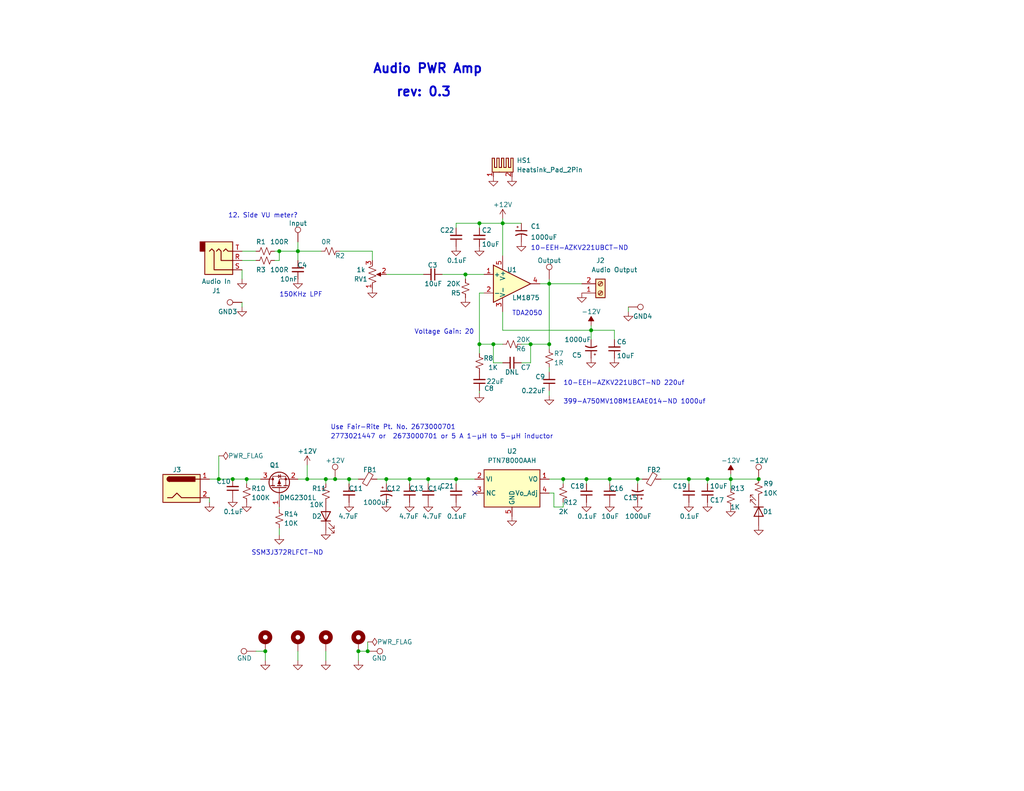
<source format=kicad_sch>
(kicad_sch (version 20230121) (generator eeschema)
  (paper "USLetter")
  (title_block (title "Audio PWR Amp") (date "2024-08-26") (rev "V0.3"))
  (lib_symbols
    (symbol "Amplifier_Audio:LM1875" (pin_names (offset 0.127))
      (property "Reference" "U" (at 3.81 6.35 0))
      (property "Value" "LM1875" (at 3.81 3.81 0))
      (symbol "LM1875_0_1"
        (polyline (pts (xy -5.08 5.08) (xy 5.08 0) (xy -5.08 -5.08) (xy -5.08 5.08)) (stroke (width 0.254)) (fill (type background)))
      )
      (symbol "LM1875_1_1"
        (pin input line (at -7.62 2.54 0) (length 2.54) (name "+") (number "1"))
        (pin input line (at -7.62 -2.54 0) (length 2.54) (name "-") (number "2"))
        (pin power_in line (at -2.54 -7.62 90) (length 3.81) (name "V-") (number "3"))
        (pin output line (at 7.62 0 180) (length 2.54) (name "~") (number "4"))
        (pin power_in line (at -2.54 7.62 270) (length 3.81) (name "V+") (number "5"))
      )
    )
    (symbol "Connector:Barrel_Jack" (pin_names (offset 1.016))
      (property "Reference" "J" (at 0 5.334 0))
      (property "Value" "Barrel_Jack" (at 0 -5.08 0))
      (symbol "Barrel_Jack_0_1"
        (rectangle (start -5.08 3.81) (end 5.08 -3.81) (stroke (width 0.254)) (fill (type background)))
        (arc (start -3.302 3.175) (mid -3.9343 2.54) (end -3.302 1.905) (stroke (width 0.254)))
        (arc (start -3.302 3.175) (mid -3.9343 2.54) (end -3.302 1.905) (stroke (width 0.254)) (fill (type outline)))
        (polyline (pts (xy 5.08 2.54) (xy 3.81 2.54)) (stroke (width 0.254)))
        (polyline (pts (xy -3.81 -2.54) (xy -2.54 -2.54) (xy -1.27 -1.27) (xy 0 -2.54) (xy 2.54 -2.54) (xy 5.08 -2.54)) (stroke (width 0.254)))
        (rectangle (start 3.683 3.175) (end -3.302 1.905) (stroke (width 0.254)) (fill (type outline)))
      )
      (symbol "Barrel_Jack_1_1"
        (pin passive line (at 7.62 2.54 180) (length 2.54) (name "~") (number "1"))
        (pin passive line (at 7.62 -2.54 180) (length 2.54) (name "~") (number "2"))
      )
    )
    (symbol "Connector:Screw_Terminal_01x02" (pin_names (offset 1.016) hide)
      (property "Reference" "J" (at 0 2.54 0))
      (property "Value" "Screw_Terminal_01x02" (at 0 -5.08 0))
      (symbol "Screw_Terminal_01x02_1_1"
        (rectangle (start -1.27 1.27) (end 1.27 -3.81) (stroke (width 0.254)) (fill (type background)))
        (circle (center 0 -2.54) (radius 0.635) (stroke (width 0.1524)))
        (polyline (pts (xy -0.5334 -2.2098) (xy 0.3302 -3.048)) (stroke (width 0.1524)))
        (polyline (pts (xy -0.5334 0.3302) (xy 0.3302 -0.508)) (stroke (width 0.1524)))
        (polyline (pts (xy -0.3556 -2.032) (xy 0.508 -2.8702)) (stroke (width 0.1524)))
        (polyline (pts (xy -0.3556 0.508) (xy 0.508 -0.3302)) (stroke (width 0.1524)))
        (circle (center 0 0) (radius 0.635) (stroke (width 0.1524)))
        (pin passive line (at -5.08 0 0) (length 3.81) (name "Pin_1") (number "1"))
        (pin passive line (at -5.08 -2.54 0) (length 3.81) (name "Pin_2") (number "2"))
      )
    )
    (symbol "Connector:TestPoint" (pin_numbers hide) (pin_names (offset 0.762) hide)
      (property "Reference" "TP" (at 0 6.858 0))
      (property "Value" "TestPoint" (at 0 5.08 0))
      (symbol "TestPoint_0_1"
        (circle (center 0 3.302) (radius 0.762))
      )
      (symbol "TestPoint_1_1"
        (pin passive line (at 0 0 90) (length 2.54) (name "1") (number "1"))
      )
    )
    (symbol "Device:C_Polarized_Small_US" (pin_numbers hide) (pin_names (offset 0.254) hide)
      (property "Reference" "C" (at 0.254 1.778 0))
      (property "Value" "C_Polarized_Small_US" (at 0.254 -2.032 0))
      (symbol "C_Polarized_Small_US_0_1"
        (polyline (pts (xy -1.524 0.508) (xy 1.524 0.508)) (stroke (width 0.3048)))
        (polyline (pts (xy -1.27 1.524) (xy -0.762 1.524)))
        (polyline (pts (xy -1.016 1.27) (xy -1.016 1.778)))
        (arc (start 1.524 -0.762) (mid 0 -0.3734) (end -1.524 -0.762) (stroke (width 0.3048)))
      )
      (symbol "C_Polarized_Small_US_1_1"
        (pin passive line (at 0 2.54 270) (length 2.032) (name "~") (number "1"))
        (pin passive line (at 0 -2.54 90) (length 2.032) (name "~") (number "2"))
      )
    )
    (symbol "Device:C_Small" (pin_numbers hide) (pin_names (offset 0.254) hide)
      (property "Reference" "C" (at 0.254 1.778 0))
      (property "Value" "C_Small" (at 0.254 -2.032 0))
      (symbol "C_Small_0_1"
        (polyline (pts (xy -1.524 -0.508) (xy 1.524 -0.508)) (stroke (width 0.3302)))
        (polyline (pts (xy -1.524 0.508) (xy 1.524 0.508)) (stroke (width 0.3048)))
      )
      (symbol "C_Small_1_1"
        (pin passive line (at 0 2.54 270) (length 2.032) (name "~") (number "1"))
        (pin passive line (at 0 -2.54 90) (length 2.032) (name "~") (number "2"))
      )
    )
    (symbol "Device:FerriteBead_Small" (pin_numbers hide) (pin_names (offset 0))
      (property "Reference" "FB" (at 1.905 1.27 0))
      (property "Value" "FerriteBead_Small" (at 1.905 -1.27 0))
      (symbol "FerriteBead_Small_0_1"
        (polyline (pts (xy 0 -1.27) (xy 0 -0.7874)))
        (polyline (pts (xy 0 0.889) (xy 0 1.2954)))
        (polyline (pts (xy -1.8288 0.2794) (xy -1.1176 1.4986) (xy 1.8288 -0.2032) (xy 1.1176 -1.4224) (xy -1.8288 0.2794)))
      )
      (symbol "FerriteBead_Small_1_1"
        (pin passive line (at 0 2.54 270) (length 1.27) (name "~") (number "1"))
        (pin passive line (at 0 -2.54 90) (length 1.27) (name "~") (number "2"))
      )
    )
    (symbol "Device:LED" (pin_numbers hide) (pin_names (offset 1.016) hide)
      (property "Reference" "D" (at 0 2.54 0))
      (property "Value" "LED" (at 0 -2.54 0))
      (symbol "LED_0_1"
        (polyline (pts (xy -1.27 -1.27) (xy -1.27 1.27)) (stroke (width 0.254)))
        (polyline (pts (xy -1.27 0) (xy 1.27 0)))
        (polyline (pts (xy 1.27 -1.27) (xy 1.27 1.27) (xy -1.27 0) (xy 1.27 -1.27)) (stroke (width 0.254)))
        (polyline (pts (xy -3.048 -0.762) (xy -4.572 -2.286) (xy -3.81 -2.286) (xy -4.572 -2.286) (xy -4.572 -1.524)))
        (polyline (pts (xy -1.778 -0.762) (xy -3.302 -2.286) (xy -2.54 -2.286) (xy -3.302 -2.286) (xy -3.302 -1.524)))
      )
      (symbol "LED_1_1"
        (pin passive line (at -3.81 0 0) (length 2.54) (name "K") (number "1"))
        (pin passive line (at 3.81 0 180) (length 2.54) (name "A") (number "2"))
      )
    )
    (symbol "Device:R_Potentiometer_US" (pin_names (offset 1.016) hide)
      (property "Reference" "RV" (at -4.445 0 90))
      (property "Value" "R_Potentiometer_US" (at -2.54 0 90))
      (symbol "R_Potentiometer_US_0_1"
        (polyline (pts (xy 0 -2.286) (xy 0 -2.54)))
        (polyline (pts (xy 0 2.54) (xy 0 2.286)))
        (polyline (pts (xy 2.54 0) (xy 1.524 0)))
        (polyline (pts (xy 1.143 0) (xy 2.286 0.508) (xy 2.286 -0.508) (xy 1.143 0)) (fill (type outline)))
        (polyline (pts (xy 0 -0.762) (xy 1.016 -1.143) (xy 0 -1.524) (xy -1.016 -1.905) (xy 0 -2.286)))
        (polyline (pts (xy 0 0.762) (xy 1.016 0.381) (xy 0 0) (xy -1.016 -0.381) (xy 0 -0.762)))
        (polyline (pts (xy 0 2.286) (xy 1.016 1.905) (xy 0 1.524) (xy -1.016 1.143) (xy 0 0.762)))
      )
      (symbol "R_Potentiometer_US_1_1"
        (pin passive line (at 0 3.81 270) (length 1.27) (name "1") (number "1"))
        (pin passive line (at 3.81 0 180) (length 1.27) (name "2") (number "2"))
        (pin passive line (at 0 -3.81 90) (length 1.27) (name "3") (number "3"))
      )
    )
    (symbol "Device:R_Small_US" (pin_numbers hide) (pin_names (offset 0.254) hide)
      (property "Reference" "R" (at 0.762 0.508 0))
      (property "Value" "R_Small_US" (at 0.762 -1.016 0))
      (symbol "R_Small_US_1_1"
        (polyline (pts (xy 0 0) (xy 1.016 -0.381) (xy 0 -0.762) (xy -1.016 -1.143) (xy 0 -1.524)))
        (polyline (pts (xy 0 1.524) (xy 1.016 1.143) (xy 0 0.762) (xy -1.016 0.381) (xy 0 0)))
        (pin passive line (at 0 2.54 270) (length 1.016) (name "~") (number "1"))
        (pin passive line (at 0 -2.54 90) (length 1.016) (name "~") (number "2"))
      )
    )
    (symbol "Mechanical:Heatsink_Pad_2Pin" (pin_names (offset 0))
      (property "Reference" "HS" (at 0 5.715 0))
      (property "Value" "Heatsink_Pad_2Pin" (at 0 3.81 0))
      (symbol "Heatsink_Pad_2Pin_0_1"
        (polyline (pts (xy -0.3302 0) (xy -0.9652 0) (xy -0.9652 2.54) (xy -1.6002 2.54) (xy -1.6002 0) (xy -2.2352 0) (xy -2.2352 2.54) (xy -2.8702 2.54) (xy -2.8702 -1.27) (xy -0.9652 -1.27)) (stroke (width 0.254)) (fill (type background)))
        (polyline (pts (xy -0.3302 0) (xy -0.3302 2.54) (xy 0.3048 2.54) (xy 0.3048 0) (xy 0.9398 0) (xy 0.9398 2.54) (xy 1.5748 2.54) (xy 1.5748 0) (xy 2.2098 0) (xy 2.2098 2.54) (xy 2.8448 2.54) (xy 2.8448 -1.27) (xy -0.9652 -1.27)) (stroke (width 0.254)) (fill (type background)))
      )
      (symbol "Heatsink_Pad_2Pin_1_1"
        (pin passive line (at -2.54 -2.54 90) (length 1.27) (name "~") (number "1"))
        (pin passive line (at 2.54 -2.54 90) (length 1.27) (name "~") (number "2"))
      )
    )
    (symbol "Mechanical:MountingHole_Pad" (pin_numbers hide) (pin_names (offset 1.016) hide)
      (property "Reference" "H" (at 0 6.35 0))
      (property "Value" "MountingHole_Pad" (at 0 4.445 0))
      (symbol "MountingHole_Pad_0_1"
        (circle (center 0 1.27) (radius 1.27) (stroke (width 1.27)))
      )
      (symbol "MountingHole_Pad_1_1"
        (pin input line (at 0 -2.54 90) (length 2.54) (name "1") (number "1"))
      )
    )
    (symbol "Transistor_FET:DMG2301L" (pin_names hide)
      (property "Reference" "Q" (at 5.08 1.905 0))
      (property "Value" "DMG2301L" (at 5.08 0 0))
      (symbol "DMG2301L_0_1"
        (polyline (pts (xy 0.254 0) (xy -2.54 0)))
        (polyline (pts (xy 0.254 1.905) (xy 0.254 -1.905)) (stroke (width 0.254)))
        (polyline (pts (xy 0.762 -1.27) (xy 0.762 -2.286)) (stroke (width 0.254)))
        (polyline (pts (xy 0.762 0.508) (xy 0.762 -0.508)) (stroke (width 0.254)))
        (polyline (pts (xy 0.762 2.286) (xy 0.762 1.27)) (stroke (width 0.254)))
        (polyline (pts (xy 2.54 2.54) (xy 2.54 1.778)))
        (polyline (pts (xy 2.54 -2.54) (xy 2.54 0) (xy 0.762 0)))
        (polyline (pts (xy 0.762 1.778) (xy 3.302 1.778) (xy 3.302 -1.778) (xy 0.762 -1.778)))
        (polyline (pts (xy 2.286 0) (xy 1.27 0.381) (xy 1.27 -0.381) (xy 2.286 0)) (fill (type outline)))
        (polyline (pts (xy 2.794 -0.508) (xy 2.921 -0.381) (xy 3.683 -0.381) (xy 3.81 -0.254)))
        (polyline (pts (xy 3.302 -0.381) (xy 2.921 0.254) (xy 3.683 0.254) (xy 3.302 -0.381)))
        (circle (center 1.651 0) (radius 2.794) (stroke (width 0.254)))
        (circle (center 2.54 -1.778) (radius 0.254) (fill (type outline)))
        (circle (center 2.54 1.778) (radius 0.254) (fill (type outline)))
      )
      (symbol "DMG2301L_1_1"
        (pin input line (at -5.08 0 0) (length 2.54) (name "G") (number "1"))
        (pin passive line (at 2.54 -5.08 90) (length 2.54) (name "S") (number "2"))
        (pin passive line (at 2.54 5.08 270) (length 2.54) (name "D") (number "3"))
      )
    )
    (symbol "audio_connector:AudioJack3"
      (property "Reference" "J" (at 0 8.89 0))
      (property "Value" "AudioJack3" (at 0 6.35 0))
      (symbol "AudioJack3_0_1"
        (rectangle (start -5.08 -5.08) (end -6.35 -2.54) (stroke (width 0.254)) (fill (type outline)))
        (polyline (pts (xy 0 -2.54) (xy 0.635 -3.175) (xy 1.27 -2.54) (xy 2.54 -2.54)) (stroke (width 0.254)))
        (polyline (pts (xy -1.905 -2.54) (xy -1.27 -3.175) (xy -0.635 -2.54) (xy -0.635 0) (xy 2.54 0)) (stroke (width 0.254)))
        (polyline (pts (xy 2.54 2.54) (xy -2.54 2.54) (xy -2.54 -2.54) (xy -3.175 -3.175) (xy -3.81 -2.54)) (stroke (width 0.254)))
        (rectangle (start 2.54 3.81) (end -5.08 -5.08) (stroke (width 0.254)) (fill (type background)))
      )
      (symbol "AudioJack3_1_1"
        (pin passive line (at 5.08 0 180) (length 2.54) (name "~") (number "R"))
        (pin passive line (at 5.08 2.54 180) (length 2.54) (name "~") (number "S"))
        (pin passive line (at 5.08 -2.54 180) (length 2.54) (name "~") (number "T"))
      )
    )
    (symbol "jerrys_Library:PTN78000A"
      (property "Reference" "U2" (at 0 10.16 0))
      (property "Value" "PTN78000AAH" (at 0 7.62 0))
      (symbol "PTN78000A_0_1"
        (rectangle (start -7.62 5.08) (end 7.62 -5.08) (stroke (width 0.254)) (fill (type background)))
      )
      (symbol "PTN78000A_1_1"
        (pin power_out line (at 10.16 2.54 180) (length 2.54) (name "VO") (number "1"))
        (pin power_in line (at -10.16 2.54 0) (length 2.54) (name "VI") (number "2"))
        (pin input line (at -10.16 -1.27 0) (length 2.54) (name "NC") (number "3"))
        (pin output line (at 10.16 -1.27 180) (length 2.54) (name "Vo_Adj") (number "4"))
        (pin power_in line (at 0 -7.62 90) (length 2.54) (name "GND") (number "5"))
      )
    )
    (symbol "power:+12V" (power) (pin_names (offset 0))
      (property "Value" "+12V" (at 0 3.556 0))
      (symbol "+12V_0_1"
        (polyline (pts (xy -0.762 1.27) (xy 0 2.54)))
        (polyline (pts (xy 0 0) (xy 0 2.54)))
        (polyline (pts (xy 0 2.54) (xy 0.762 1.27)))
      )
      (symbol "+12V_1_1"
        (pin power_in line (at 0 0 90) (length 0) hide (name "+12V") (number "1"))
      )
    )
    (symbol "power:-12V" (power) (pin_names (offset 0))
      (property "Value" "-12V" (at 0 3.81 0))
      (symbol "-12V_0_0"
        (pin power_in line (at 0 0 90) (length 0) hide (name "-12V") (number "1"))
      )
      (symbol "-12V_0_1"
        (polyline (pts (xy 0 0) (xy 0 1.27) (xy 0.762 1.27) (xy 0 2.54) (xy -0.762 1.27) (xy 0 1.27)) (fill (type outline)))
      )
    )
    (symbol "power:GND" (power) (pin_names (offset 0))
      (property "Value" "GND" (at 0 -3.81 0))
      (symbol "GND_0_1"
        (polyline (pts (xy 0 0) (xy 0 -1.27) (xy 1.27 -1.27) (xy 0 -2.54) (xy -1.27 -1.27) (xy 0 -1.27)))
      )
      (symbol "GND_1_1"
        (pin power_in line (at 0 0 270) (length 0) hide (name "GND") (number "1"))
      )
    )
    (symbol "power:PWR_FLAG" (power) (pin_numbers hide) (pin_names (offset 0) hide)
      (property "Value" "PWR_FLAG" (at 0 3.81 0))
      (symbol "PWR_FLAG_0_0"
        (pin power_out line (at 0 0 90) (length 0) (name "pwr") (number "1"))
      )
      (symbol "PWR_FLAG_0_1"
        (polyline (pts (xy 0 0) (xy 0 1.27) (xy -1.016 1.905) (xy 0 2.54) (xy 1.016 1.905) (xy 0 1.27)))
      )
    )
  )
  (junction (at 95.25 130.81))
  (junction (at 67.31 130.81))
  (junction (at 153.67 130.81))
  (junction (at 187.96 130.81))
  (junction (at 173.99 130.81))
  (junction (at 127 74.93))
  (junction (at 59.69 130.81))
  (junction (at 124.46 130.81))
  (junction (at 72.39 177.8))
  (junction (at 116.84 130.81))
  (junction (at 199.39 130.81))
  (junction (at 81.28 68.58))
  (junction (at 105.41 130.81))
  (junction (at 100.33 177.8))
  (junction (at 166.37 130.81))
  (junction (at 91.44 130.81))
  (junction (at 130.81 60.96))
  (junction (at 161.29 90.17))
  (junction (at 111.76 130.81))
  (junction (at 137.16 60.96))
  (junction (at 88.9 130.81))
  (junction (at 149.86 93.98))
  (junction (at 160.02 130.81))
  (junction (at 130.81 93.98))
  (junction (at 144.78 93.98))
  (junction (at 97.79 177.8))
  (junction (at 149.86 77.47))
  (junction (at 83.82 130.81))
  (junction (at 193.04 130.81))
  (junction (at 207.01 130.81))
  (junction (at 76.2 68.58))
  (junction (at 134.62 93.98))
  (junction (at 63.5 130.81))
  (no_connect (at 129.54 134.62))
  (wire (pts (xy 132.08 74.93) (xy 127 74.93)))
  (wire (pts (xy 88.9 130.81) (xy 91.44 130.81)))
  (wire (pts (xy 59.69 124.46) (xy 59.69 130.81)))
  (wire (pts (xy 130.81 80.01) (xy 130.81 93.98)))
  (wire (pts (xy 120.65 74.93) (xy 127 74.93)))
  (wire (pts (xy 124.46 130.81) (xy 116.84 130.81)))
  (wire (pts (xy 147.32 77.47) (xy 149.86 77.47)))
  (wire (pts (xy 166.37 130.81) (xy 173.99 130.81)))
  (wire (pts (xy 59.69 130.81) (xy 63.5 130.81)))
  (wire (pts (xy 100.33 175.26) (xy 100.33 177.8)))
  (wire (pts (xy 127 74.93) (xy 127 76.2)))
  (wire (pts (xy 151.13 134.62) (xy 151.13 138.43)))
  (wire (pts (xy 101.6 68.58) (xy 101.6 71.12)))
  (wire (pts (xy 149.86 77.47) (xy 149.86 93.98)))
  (wire (pts (xy 76.2 138.43) (xy 76.2 139.065)))
  (wire (pts (xy 111.76 130.81) (xy 111.76 132.08)))
  (wire (pts (xy 81.28 68.58) (xy 87.63 68.58)))
  (wire (pts (xy 193.04 130.81) (xy 193.04 132.08)))
  (wire (pts (xy 161.29 88.9) (xy 161.29 90.17)))
  (wire (pts (xy 97.79 177.8) (xy 97.79 180.34)))
  (wire (pts (xy 187.96 130.81) (xy 193.04 130.81)))
  (wire (pts (xy 130.81 93.98) (xy 130.81 96.52)))
  (wire (pts (xy 171.45 83.82) (xy 171.45 85.09)))
  (wire (pts (xy 134.62 99.06) (xy 134.62 93.98)))
  (wire (pts (xy 76.2 144.145) (xy 76.2 146.05)))
  (wire (pts (xy 132.08 80.01) (xy 130.81 80.01)))
  (wire (pts (xy 160.02 130.81) (xy 160.02 132.08)))
  (wire (pts (xy 137.16 59.69) (xy 137.16 60.96)))
  (wire (pts (xy 81.28 177.8) (xy 81.28 180.34)))
  (wire (pts (xy 124.46 130.81) (xy 124.46 132.08)))
  (wire (pts (xy 166.37 130.81) (xy 166.37 132.08)))
  (wire (pts (xy 149.86 93.98) (xy 149.86 95.25)))
  (wire (pts (xy 149.86 76.2) (xy 149.86 77.47)))
  (wire (pts (xy 151.13 138.43) (xy 153.67 138.43)))
  (wire (pts (xy 137.16 60.96) (xy 142.24 60.96)))
  (wire (pts (xy 144.78 99.06) (xy 144.78 93.98)))
  (wire (pts (xy 173.99 130.81) (xy 175.26 130.81)))
  (wire (pts (xy 149.86 134.62) (xy 151.13 134.62)))
  (wire (pts (xy 137.16 90.17) (xy 161.29 90.17)))
  (wire (pts (xy 142.24 93.98) (xy 144.78 93.98)))
  (wire (pts (xy 67.31 130.81) (xy 67.31 132.08)))
  (wire (pts (xy 57.15 130.81) (xy 59.69 130.81)))
  (wire (pts (xy 153.67 130.81) (xy 160.02 130.81)))
  (wire (pts (xy 81.28 66.04) (xy 81.28 68.58)))
  (wire (pts (xy 160.02 130.81) (xy 166.37 130.81)))
  (wire (pts (xy 105.41 130.81) (xy 105.41 132.08)))
  (wire (pts (xy 180.34 130.81) (xy 187.96 130.81)))
  (wire (pts (xy 102.87 130.81) (xy 105.41 130.81)))
  (wire (pts (xy 76.2 71.12) (xy 76.2 68.58)))
  (wire (pts (xy 74.93 68.58) (xy 76.2 68.58)))
  (wire (pts (xy 153.67 138.43) (xy 153.67 137.16)))
  (wire (pts (xy 137.16 85.09) (xy 137.16 90.17)))
  (wire (pts (xy 161.29 90.17) (xy 167.64 90.17)))
  (wire (pts (xy 161.29 90.17) (xy 161.29 92.71)))
  (wire (pts (xy 83.82 130.81) (xy 88.9 130.81)))
  (wire (pts (xy 193.04 130.81) (xy 199.39 130.81)))
  (wire (pts (xy 134.62 93.98) (xy 137.16 93.98)))
  (wire (pts (xy 66.04 73.66) (xy 66.04 76.2)))
  (wire (pts (xy 199.39 129.54) (xy 199.39 130.81)))
  (wire (pts (xy 130.81 106.68) (xy 130.81 107.315)))
  (wire (pts (xy 67.31 130.81) (xy 71.12 130.81)))
  (wire (pts (xy 66.04 82.55) (xy 66.04 83.82)))
  (wire (pts (xy 199.39 130.81) (xy 207.01 130.81)))
  (wire (pts (xy 91.44 130.81) (xy 95.25 130.81)))
  (wire (pts (xy 111.76 130.81) (xy 116.84 130.81)))
  (wire (pts (xy 130.81 60.96) (xy 130.81 62.23)))
  (wire (pts (xy 149.86 130.81) (xy 153.67 130.81)))
  (wire (pts (xy 111.76 130.81) (xy 105.41 130.81)))
  (wire (pts (xy 149.86 106.68) (xy 149.86 107.95)))
  (wire (pts (xy 57.15 135.89) (xy 57.15 137.16)))
  (wire (pts (xy 167.64 92.71) (xy 167.64 90.17)))
  (wire (pts (xy 124.46 60.96) (xy 130.81 60.96)))
  (wire (pts (xy 130.81 93.98) (xy 134.62 93.98)))
  (wire (pts (xy 95.25 130.81) (xy 95.25 132.08)))
  (wire (pts (xy 137.16 69.85) (xy 137.16 60.96)))
  (wire (pts (xy 187.96 130.81) (xy 187.96 132.08)))
  (wire (pts (xy 153.67 130.81) (xy 153.67 132.08)))
  (wire (pts (xy 63.5 130.81) (xy 67.31 130.81)))
  (wire (pts (xy 149.86 77.47) (xy 158.75 77.47)))
  (wire (pts (xy 88.9 130.81) (xy 88.9 132.08)))
  (wire (pts (xy 72.39 177.8) (xy 72.39 180.34)))
  (wire (pts (xy 137.16 99.06) (xy 134.62 99.06)))
  (wire (pts (xy 149.86 100.33) (xy 149.86 101.6)))
  (wire (pts (xy 199.39 130.81) (xy 199.39 133.35)))
  (wire (pts (xy 142.24 99.06) (xy 144.78 99.06)))
  (wire (pts (xy 76.2 68.58) (xy 81.28 68.58)))
  (wire (pts (xy 81.28 130.81) (xy 83.82 130.81)))
  (wire (pts (xy 95.25 130.81) (xy 97.79 130.81)))
  (wire (pts (xy 66.04 71.12) (xy 69.85 71.12)))
  (wire (pts (xy 88.9 177.8) (xy 88.9 180.34)))
  (wire (pts (xy 130.81 60.96) (xy 137.16 60.96)))
  (wire (pts (xy 81.28 68.58) (xy 81.28 71.12)))
  (wire (pts (xy 105.41 74.93) (xy 115.57 74.93)))
  (wire (pts (xy 116.84 130.81) (xy 116.84 132.08)))
  (wire (pts (xy 173.99 130.81) (xy 173.99 132.08)))
  (wire (pts (xy 124.46 60.96) (xy 124.46 62.23)))
  (wire (pts (xy 92.71 68.58) (xy 101.6 68.58)))
  (wire (pts (xy 66.04 68.58) (xy 69.85 68.58)))
  (wire (pts (xy 74.93 71.12) (xy 76.2 71.12)))
  (wire (pts (xy 83.82 130.81) (xy 83.82 127)))
  (wire (pts (xy 69.85 177.8) (xy 72.39 177.8)))
  (wire (pts (xy 144.78 93.98) (xy 149.86 93.98)))
  (wire (pts (xy 129.54 130.81) (xy 124.46 130.81)))
  (wire (pts (xy 97.79 177.8) (xy 100.33 177.8)))
  (text "399-A750MV108M1EAAE014-ND 1000uf" (at 153.67 110.49 0) (effects (font (size 1.27 1.27)) (justify left bottom)))
  (text "	\n10-EEH-AZKV221UBCT-ND 220uf" (at 153.67 105.41 0) (effects (font (size 1.27 1.27)) (justify left bottom)))
  (text "rev: 0.3" (at 107.95 26.67 0) (effects (font (size 2.5 2.5) (thickness 0.5) bold) (justify left bottom)))
  (text "2773021447 or  2673000701 or 5 A 1-μH to 5-μH inductor" (at 90.17 120.015 0) (effects (font (size 1.27 1.27)) (justify left bottom)))
  (text "Audio PWR Amp" (at 101.6 20.32 0) (effects (font (size 2.5 2.5) (thickness 0.5) bold) (justify left bottom)))
  (text "Voltage Gain: 20" (at 113.03 91.44 0) (effects (font (size 1.27 1.27)) (justify left bottom)))
  (text "150KHz LPF" (at 76.2 81.28 0) (effects (font (size 1.27 1.27)) (justify left bottom)))
  (text "12. Side VU meter?" (at 62.23 59.69 0) (effects (font (size 1.27 1.27)) (justify left bottom)))
  (text "SSM3J372RLFCT-ND" (at 68.58 151.765 0) (effects (font (size 1.27 1.27)) (justify left bottom)))
  (text "TDA2050" (at 139.7 86.36 0) (effects (font (size 1.27 1.27)) (justify left bottom)))
  (text "Use Fair-Rite Pt. No. 2673000701" (at 90.17 117.475 0) (effects (font (size 1.27 1.27)) (justify left bottom)))
  (text "	\n10-EEH-AZKV221UBCT-ND" (at 144.78 68.58 0) (effects (font (size 1.27 1.27)) (justify left bottom)))
  (symbol (lib_id "Device:C_Polarized_Small_US") (at 161.29 95.25 180) (unit 1)
    (property "Reference" "C5" (at 158.75 96.9518 0) (effects (justify left)))
    (property "Value" "1000uF" (at 161.29 92.71 0) (effects (justify left)))
    (property "Footprint" "Capacitor_THT:CP_Radial_D10.0mm_P5.00mm" (effects hide))
    (property "Description" "CAP ALUM POLY 1000UF 20% 25V TH" (effects hide))
    (property "Vendor" "Digikey" (effects hide))
    (property "Vendor Part#" "399-A750MV108M1EAAE014-ND" (effects hide))
  )
  (symbol (lib_id "Mechanical:MountingHole_Pad") (at 81.28 175.26 0) (unit 1) (in_bom no)
    (property "Reference" "H2" (effects hide))
    (property "Value" "MountingHole_Pad" (effects hide))
    (property "Footprint" "MountingHole:MountingHole_3.2mm_M3_ISO7380_Pad_TopBottom" (effects hide))
  )
  (symbol (lib_id "power:GND") (at 81.28 180.34 0) (unit 1)
    (property "Reference" "#PWR037" (effects hide))
    (property "Value" "GND" (effects hide))
  )
  (symbol (lib_id "Device:R_Small_US") (at 130.81 99.06 180) (unit 1)
    (property "Reference" "R8" (at 134.62 97.79 0) (effects (justify left)))
    (property "Value" "1K" (at 135.89 100.33 0) (effects (justify left)))
    (property "Footprint" "Resistor_SMD:R_0805_2012Metric_Pad1.20x1.40mm_HandSolder" (effects hide))
    (property "Description" " RES 1K OHM %1 1/10W 0805 SMD" (effects hide))
    (property "Vendor" "Digikey" (effects hide))
    (property "Vendor Part#" "311-1.00KCRCT-ND " (effects hide))
  )
  (symbol (lib_id "power:GND") (at 130.81 107.315 0) (unit 1)
    (property "Reference" "#PWR017" (effects hide))
    (property "Value" "GND" (effects hide))
  )
  (symbol (lib_id "Device:C_Polarized_Small_US") (at 105.41 134.62 0) (unit 1)
    (property "Reference" "C12" (at 105.41 133.35 0) (effects (justify left)))
    (property "Value" "1000uF" (at 99.06 137.16 0) (effects (justify left)))
    (property "Footprint" "Capacitor_THT:CP_Radial_D10.0mm_P5.00mm" (effects hide))
    (property "Description" "CAP ALUM POLY 1000UF 20% 25V TH" (effects hide))
    (property "Vendor" "Digikey" (effects hide))
    (property "Vendor Part#" "399-A750MV108M1EAAE014-ND" (effects hide))
  )
  (symbol (lib_id "audio_connector:AudioJack3") (at 60.96 71.12 0) (mirror x) (unit 1)
    (property "Reference" "J1" (at 59.055 79.375 0))
    (property "Value" "Audio In" (at 59.055 76.835 0))
    (property "Footprint" "Connector_Audio:Jack_3.5mm_CUI_SJ-3523-SMT_Horizontal" (effects hide))
    (property "Vendor" "Digikey" (effects hide))
    (property "Vendor Part#" "CP-3524SJBECT-ND" (effects hide))
  )
  (symbol (lib_id "Connector:TestPoint") (at 207.01 130.81 0) (unit 1) (in_bom no) (on_board no)
    (property "Reference" "-12Vt1" (effects hide))
    (property "Value" "-12V" (at 207.01 125.73 0))
    (property "Footprint" "TestPoint:TestPoint_THTPad_D2.0mm_Drill1.0mm" (effects hide))
  )
  (symbol (lib_id "Device:C_Small") (at 118.11 74.93 270) (unit 1)
    (property "Reference" "C3" (at 119.38 72.39 90) (effects (justify right)))
    (property "Value" "10uF" (at 120.65 77.47 90) (effects (justify right)))
    (property "Footprint" "Capacitor_SMD:C_0805_2012Metric_Pad1.18x1.45mm_HandSolder" (effects hide))
    (property "Description" "CAP CER, 10uF, 25V, X7R, 0805" (effects hide))
    (property "Vendor" "Digikey" (effects hide))
    (property "Vendor Part#" "1276-6454-1-ND " (effects hide))
  )
  (symbol (lib_id "power:GND") (at 142.24 66.04 0) (unit 1)
    (property "Reference" "#PWR04" (effects hide))
    (property "Value" "GND" (effects hide))
  )
  (symbol (lib_id "Device:C_Small") (at 166.37 134.62 0) (unit 1)
    (property "Reference" "C16" (at 170.18 133.35 0) (effects (justify right)))
    (property "Value" "10uF" (at 168.91 140.97 0) (effects (justify right)))
    (property "Footprint" "Capacitor_SMD:C_0805_2012Metric_Pad1.18x1.45mm_HandSolder" (effects hide))
    (property "Description" "CAP CER, 10uF, 25V, X7R, 0805" (effects hide))
    (property "Vendor" "Digikey" (effects hide))
    (property "Vendor Part#" "1276-6454-1-ND " (effects hide))
  )
  (symbol (lib_id "Connector:TestPoint") (at 171.45 83.82 270) (unit 1) (in_bom no)
    (property "Reference" "GND4" (at 172.72 86.36 90) (effects (justify left)))
    (property "Value" "TP_FET_Drive" (effects hide))
    (property "Footprint" "TestPoint:TestPoint_THTPad_D2.0mm_Drill1.0mm" (effects hide))
  )
  (symbol (lib_id "Device:FerriteBead_Small") (at 177.8 130.81 270) (unit 1)
    (property "Reference" "FB2" (at 176.53 128.27 90) (effects (justify left)))
    (property "Value" "FERRITE CORE SOLID 1.30MM" (effects hide))
    (property "Footprint" "Inductor_THT:L_Axial_L14.0mm_D4.5mm_P15.24mm_Horizontal_Fastron_LACC" (effects hide))
    (property "Datasheet" "https://www.fair-rite.com/wp-content/uploads/2019/12/2673000701cat.pdf" (effects hide))
    (property "Description" "FERRITE CORE SOLID 1.30MM" (effects hide))
    (property "Vendor" "Digikey" (effects hide))
    (property "Vendor Part#" "1934-1292-ND" (effects hide))
  )
  (symbol (lib_id "power:GND") (at 81.28 76.2 0) (unit 1)
    (property "Reference" "#PWR07" (effects hide))
    (property "Value" "GND" (effects hide))
  )
  (symbol (lib_id "Device:R_Small_US") (at 149.86 97.79 0) (unit 1)
    (property "Reference" "R7" (at 151.13 96.52 0) (effects (justify left)))
    (property "Value" "1R" (at 151.13 99.06 0) (effects (justify left)))
    (property "Footprint" "Resistor_SMD:R_0805_2012Metric_Pad1.20x1.40mm_HandSolder" (effects hide))
    (property "Description" "RES SMD 1 OHM 1% 1/2W 0805" (effects hide))
    (property "Vendor" "Digikey" (effects hide))
    (property "Vendor Part#" "541-1.00TCT-ND " (effects hide))
  )
  (symbol (lib_id "Device:R_Small_US") (at 72.39 71.12 270) (unit 1)
    (property "Reference" "R3" (at 69.85 73.66 90) (effects (justify left)))
    (property "Value" "100R" (at 73.66 73.66 90) (effects (justify left)))
    (property "Footprint" "Resistor_SMD:R_0805_2012Metric_Pad1.20x1.40mm_HandSolder" (effects hide))
    (property "Description" "RES 100 OHM 1% 1/8W 0805" (effects hide))
    (property "Vendor" "Digikey" (effects hide))
    (property "Vendor Part#" "RMCF0805FT100RCT-ND " (effects hide))
  )
  (symbol (lib_id "power:GND") (at 171.45 85.09 0) (unit 1)
    (property "Reference" "#PWR013" (effects hide))
    (property "Value" "GND" (effects hide))
  )
  (symbol (lib_id "Device:C_Small") (at 130.81 104.14 180) (unit 1)
    (property "Reference" "C8" (at 132.08 106.045 0) (effects (justify right)))
    (property "Value" "22uF" (at 132.715 104.14 0) (effects (justify right)))
    (property "Footprint" "Capacitor_SMD:C_0805_2012Metric_Pad1.18x1.45mm_HandSolder" (effects hide))
    (property "Description" "CAP CER 22UF 25V X5R 0805" (effects hide))
    (property "Vendor" "Digikey" (effects hide))
    (property "Vendor Part#" "1276-CL21A226MAYNNNECT-ND " (effects hide))
  )
  (symbol (lib_id "Device:R_Small_US") (at 127 78.74 180) (unit 1)
    (property "Reference" "R5" (at 125.73 80.01 0) (effects (justify left)))
    (property "Value" "20K" (at 125.73 77.47 0) (effects (justify left)))
    (property "Footprint" "Resistor_SMD:R_0805_2012Metric_Pad1.20x1.40mm_HandSolder" (effects hide))
    (property "Description" " RES 20K OHM %1 1/10W 0805 SMD" (effects hide))
    (property "Vendor" "Digikey" (effects hide))
    (property "Vendor Part#" "P20KDACT-ND" (effects hide))
  )
  (symbol (lib_id "power:GND") (at 139.7 140.97 0) (unit 1)
    (property "Reference" "#PWR032" (effects hide))
    (property "Value" "GND" (effects hide))
  )
  (symbol (lib_id "power:+12V") (at 83.82 127 0) (unit 1)
    (property "Reference" "#PWR019" (effects hide))
    (property "Value" "+12V" (at 83.82 123.19 0))
  )
  (symbol (lib_id "power:GND") (at 134.62 48.26 0) (unit 1)
    (property "Reference" "#PWR044" (effects hide))
    (property "Value" "GND" (effects hide))
  )
  (symbol (lib_id "Device:R_Small_US") (at 72.39 68.58 270) (unit 1)
    (property "Reference" "R1" (at 69.85 66.04 90) (effects (justify left)))
    (property "Value" "100R" (at 73.66 66.04 90) (effects (justify left)))
    (property "Footprint" "Resistor_SMD:R_0805_2012Metric_Pad1.20x1.40mm_HandSolder" (effects hide))
    (property "Description" "RES 100 OHM 1% 1/8W 0805" (effects hide))
    (property "Vendor" "Digikey" (effects hide))
    (property "Vendor Part#" "RMCF0805FT100RCT-ND " (effects hide))
  )
  (symbol (lib_id "power:GND") (at 199.39 138.43 0) (unit 1)
    (property "Reference" "#PWR031" (effects hide))
    (property "Value" "GND" (effects hide))
  )
  (symbol (lib_id "Device:C_Small") (at 193.04 134.62 180) (unit 1)
    (property "Reference" "C17" (at 193.675 136.525 0) (effects (justify right)))
    (property "Value" "10uF" (at 193.675 132.715 0) (effects (justify right)))
    (property "Footprint" "Capacitor_SMD:C_0805_2012Metric_Pad1.18x1.45mm_HandSolder" (effects hide))
    (property "Description" "CAP CER, 10uF, 25V, X7R, 0805" (effects hide))
    (property "Vendor" "Digikey" (effects hide))
    (property "Vendor Part#" "1276-6454-1-ND " (effects hide))
  )
  (symbol (lib_id "Device:C_Small") (at 187.96 134.62 180) (unit 1)
    (property "Reference" "C19" (at 183.515 132.715 0) (effects (justify right)))
    (property "Value" "0.1uF" (at 185.42 140.97 0) (effects (justify right)))
    (property "Footprint" "Capacitor_SMD:C_0805_2012Metric_Pad1.18x1.45mm_HandSolder" (effects hide))
    (property "Description" "CAP CER, 0.1uF, 25V, X7R, 0805" (effects hide))
    (property "Vendor" "Digikey" (effects hide))
    (property "Vendor Part#" "1276-1099-1-ND " (effects hide))
  )
  (symbol (lib_id "Device:C_Small") (at 116.84 134.62 0) (unit 1)
    (property "Reference" "C14" (at 120.65 133.35 0) (effects (justify right)))
    (property "Value" "4.7uF" (at 120.65 140.97 0) (effects (justify right)))
    (property "Footprint" "Capacitor_SMD:C_0805_2012Metric_Pad1.18x1.45mm_HandSolder" (effects hide))
    (property "Description" "CAP CER, 4.7uF, 25V, X7R, 0805" (effects hide))
    (property "Vendor" "Digikey" (effects hide))
    (property "Vendor Part#" "1276-1244-1-ND " (effects hide))
  )
  (symbol (lib_id "power:GND") (at 63.5 135.89 0) (unit 1)
    (property "Reference" "#PWR021" (effects hide))
    (property "Value" "GND" (effects hide))
  )
  (symbol (lib_id "power:GND") (at 124.46 137.16 0) (unit 1)
    (property "Reference" "#PWR042" (effects hide))
    (property "Value" "GND" (effects hide))
  )
  (symbol (lib_id "power:GND") (at 88.9 144.78 0) (unit 1)
    (property "Reference" "#PWR034" (effects hide))
    (property "Value" "GND" (effects hide))
  )
  (symbol (lib_id "Device:LED") (at 207.01 139.7 270) (unit 1)
    (property "Reference" "D1" (at 210.82 139.7 90) (effects (justify right)))
    (property "Value" "RED_LED" (effects hide))
    (property "Footprint" "LED_SMD:LED_1206_3216Metric_Pad1.42x1.75mm_HandSolder" (effects hide))
    (property "Datasheet" "https://sunledusa.com/products/spec/XZM2CRK55W-3.pdf" (effects hide))
    (property "Description" "LED RED CLEAR SMD  1206 " (effects hide))
    (property "Vendor" "Digikey" (effects hide))
    (property "Vendor Part#" "1497-XZM2CRK55W-3RTCT-ND" (effects hide))
  )
  (symbol (lib_id "power:GND") (at 111.76 137.16 0) (unit 1)
    (property "Reference" "#PWR026" (effects hide))
    (property "Value" "GND" (effects hide))
  )
  (symbol (lib_id "Mechanical:MountingHole_Pad") (at 97.79 175.26 0) (unit 1) (in_bom no)
    (property "Reference" "H4" (effects hide))
    (property "Value" "MountingHole_Pad" (effects hide))
    (property "Footprint" "MountingHole:MountingHole_3.2mm_M3_ISO7380_Pad_TopBottom" (effects hide))
  )
  (symbol (lib_id "power:-12V") (at 199.39 129.54 0) (unit 1)
    (property "Reference" "#PWR020" (effects hide))
    (property "Value" "-12V" (at 199.39 125.73 0))
  )
  (symbol (lib_id "Device:LED") (at 88.9 140.97 90) (unit 1)
    (property "Reference" "D2" (at 85.09 140.97 90) (effects (justify right)))
    (property "Value" "RED_LED" (effects hide))
    (property "Footprint" "LED_SMD:LED_1206_3216Metric_Pad1.42x1.75mm_HandSolder" (effects hide))
    (property "Datasheet" "https://sunledusa.com/products/spec/XZM2CRK55W-3.pdf" (effects hide))
    (property "Description" "LED RED CLEAR SMD  1206 " (effects hide))
    (property "Vendor" "Digikey" (effects hide))
    (property "Vendor Part#" "1497-XZM2CRK55W-3RTCT-ND" (effects hide))
  )
  (symbol (lib_id "Device:C_Small") (at 149.86 104.14 180) (unit 1)
    (property "Reference" "C9" (at 146.05 102.87 0) (effects (justify right)))
    (property "Value" "0.22uF" (at 142.24 106.68 0) (effects (justify right)))
    (property "Footprint" "Capacitor_SMD:C_0805_2012Metric_Pad1.18x1.45mm_HandSolder" (effects hide))
    (property "Description" "CAP CER, 0.22uF, 25V, X7R, 1206" (effects hide))
    (property "Vendor" "Digikey" (effects hide))
    (property "Vendor Part#" "1276-1161-1-ND " (effects hide))
  )
  (symbol (lib_id "Device:R_Small_US") (at 207.01 133.35 0) (mirror x) (unit 1)
    (property "Reference" "R9" (at 208.28 132.08 0) (effects (justify left)))
    (property "Value" "10K" (at 208.28 134.62 0) (effects (justify left)))
    (property "Footprint" "Resistor_SMD:R_0805_2012Metric_Pad1.20x1.40mm_HandSolder" (effects hide))
    (property "Description" " RES 10K OHM %1 1/10W 0805 SMD" (effects hide))
    (property "Vendor" "Digikey" (effects hide))
    (property "Vendor Part#" "311-10.0KCRCT-ND " (effects hide))
  )
  (symbol (lib_id "power:GND") (at 173.99 137.16 0) (unit 1)
    (property "Reference" "#PWR028" (effects hide))
    (property "Value" "GND" (effects hide))
  )
  (symbol (lib_id "Device:C_Small") (at 63.5 133.35 180) (unit 1)
    (property "Reference" "C10" (at 59.055 131.445 0) (effects (justify right)))
    (property "Value" "0.1uF" (at 60.96 139.7 0) (effects (justify right)))
    (property "Footprint" "Capacitor_SMD:C_0805_2012Metric_Pad1.18x1.45mm_HandSolder" (effects hide))
    (property "Description" "CAP CER, 0.1uF, 25V, X7R, 0805" (effects hide))
    (property "Vendor" "Digikey" (effects hide))
    (property "Vendor Part#" "1276-1099-1-ND " (effects hide))
  )
  (symbol (lib_id "power:GND") (at 116.84 137.16 0) (unit 1)
    (property "Reference" "#PWR027" (effects hide))
    (property "Value" "GND" (effects hide))
  )
  (symbol (lib_id "Mechanical:MountingHole_Pad") (at 72.39 175.26 0) (unit 1) (in_bom no)
    (property "Reference" "H1" (effects hide))
    (property "Value" "MountingHole_Pad" (effects hide))
    (property "Footprint" "MountingHole:MountingHole_3.2mm_M3_ISO7380_Pad_TopBottom" (effects hide))
  )
  (symbol (lib_id "power:GND") (at 149.86 107.95 0) (unit 1)
    (property "Reference" "#PWR018" (effects hide))
    (property "Value" "GND" (effects hide))
  )
  (symbol (lib_id "Connector:Screw_Terminal_01x02") (at 163.83 80.01 0) (mirror x) (unit 1) (in_bom no)
    (property "Reference" "J2" (at 163.83 71.12 0))
    (property "Value" "Audio Output" (at 167.64 73.66 0))
    (property "Footprint" "TerminalBlock:TerminalBlock_bornier-2_P5.08mm" (effects hide))
    (property "Datasheet" "https://www.on-shore.com/wp-content/uploads/OSTTCXX2162.pdf" (effects hide))
    (property "Vendor" "Digikey" (effects hide))
    (property "Vendor Part#" "ED2609-ND" (effects hide))
  )
  (symbol (lib_id "Device:R_Small_US") (at 199.39 135.89 180) (unit 1)
    (property "Reference" "R13" (at 203.2 133.35 0) (effects (justify left)))
    (property "Value" "1K" (at 201.93 138.43 0) (effects (justify left)))
    (property "Footprint" "Resistor_SMD:R_0805_2012Metric_Pad1.20x1.40mm_HandSolder" (effects hide))
    (property "Description" " RES 1K OHM %1 1/10W 0805 SMD" (effects hide))
    (property "Vendor" "Digikey" (effects hide))
    (property "Vendor Part#" "311-1.00KCRCT-ND " (effects hide))
  )
  (symbol (lib_id "power:GND") (at 160.02 137.16 0) (unit 1)
    (property "Reference" "#PWR08" (effects hide))
    (property "Value" "GND" (effects hide))
  )
  (symbol (lib_id "Device:C_Polarized_Small_US") (at 173.99 134.62 180) (unit 1)
    (property "Reference" "C15" (at 173.99 135.89 0) (effects (justify left)))
    (property "Value" "1000uF" (at 177.8 140.97 0) (effects (justify left)))
    (property "Footprint" "Capacitor_THT:CP_Radial_D10.0mm_P5.00mm" (effects hide))
    (property "Description" "CAP ALUM POLY 1000UF 20% 25V TH" (effects hide))
    (property "Vendor" "Digikey" (effects hide))
    (property "Vendor Part#" "399-A750MV108M1EAAE014-ND" (effects hide))
  )
  (symbol (lib_id "power:GND") (at 66.04 76.2 0) (mirror y) (unit 1)
    (property "Reference" "#PWR06" (effects hide))
    (property "Value" "GND" (effects hide))
  )
  (symbol (lib_id "Device:C_Polarized_Small_US") (at 142.24 63.5 0) (unit 1)
    (property "Reference" "C1" (at 144.78 61.7982 0) (effects (justify left)))
    (property "Value" "1000uF" (at 144.78 64.77 0) (effects (justify left)))
    (property "Footprint" "Capacitor_THT:CP_Radial_D10.0mm_P5.00mm" (effects hide))
    (property "Description" "CAP ALUM POLY 1000UF 20% 25V TH" (effects hide))
    (property "Vendor" "Digikey" (effects hide))
    (property "Vendor Part#" "399-A750MV108M1EAAE014-ND" (effects hide))
  )
  (symbol (lib_id "Connector:TestPoint") (at 149.86 76.2 0) (unit 1) (in_bom no)
    (property "Reference" "OUTPUT2" (effects hide))
    (property "Value" "Output" (at 149.86 71.12 0))
    (property "Footprint" "TestPoint:TestPoint_THTPad_D2.0mm_Drill1.0mm" (effects hide))
  )
  (symbol (lib_id "power:GND") (at 207.01 143.51 0) (unit 1)
    (property "Reference" "#PWR033" (effects hide))
    (property "Value" "GND" (effects hide))
  )
  (symbol (lib_id "power:GND") (at 193.04 137.16 0) (unit 1)
    (property "Reference" "#PWR041" (effects hide))
    (property "Value" "GND" (effects hide))
  )
  (symbol (lib_id "power:GND") (at 127 81.28 0) (unit 1)
    (property "Reference" "#PWR011" (effects hide))
    (property "Value" "GND" (effects hide))
  )
  (symbol (lib_id "jerrys_Library:PTN78000A") (at 139.7 133.35 0) (unit 1)
    (property "Reference" "U2" (at 139.7 123.19 0))
    (property "Value" "PTN78000AAH" (at 139.7 125.73 0))
    (property "Footprint" "Module:Texas_EUS_R-PDSS-T5_THT" (effects hide))
    (property "Datasheet" "https://www.ti.com/lit/ds/symlink/ptn78000a.pdf" (effects hide))
    (property "Description" "DC DC CONVERTER -15 TO -3V" (effects hide))
    (property "Vendor" "Digikey" (effects hide))
    (property "Vendor Part#" "296-20501-ND" (effects hide))
  )
  (symbol (lib_id "power:GND") (at 139.7 48.26 0) (unit 1)
    (property "Reference" "#PWR045" (effects hide))
    (property "Value" "GND" (effects hide))
  )
  (symbol (lib_id "Connector:TestPoint") (at 91.44 130.81 0) (unit 1) (in_bom no) (on_board no)
    (property "Reference" "+12Vt1" (effects hide))
    (property "Value" "+12V" (at 91.44 125.73 0))
    (property "Footprint" "TestPoint:TestPoint_THTPad_D2.0mm_Drill1.0mm" (effects hide))
  )
  (symbol (lib_id "Connector:TestPoint") (at 100.33 177.8 270) (mirror x) (unit 1) (in_bom no)
    (property "Reference" "GND6" (effects hide))
    (property "Value" "GND" (at 103.505 179.705 90))
    (property "Footprint" "TestPoint:TestPoint_THTPad_D2.0mm_Drill1.0mm" (effects hide))
  )
  (symbol (lib_id "power:GND") (at 105.41 137.16 0) (unit 1)
    (property "Reference" "#PWR025" (effects hide))
    (property "Value" "GND" (effects hide))
  )
  (symbol (lib_id "power:-12V") (at 161.29 88.9 0) (unit 1)
    (property "Reference" "#PWR014" (effects hide))
    (property "Value" "-12V" (at 161.29 85.09 0))
  )
  (symbol (lib_id "power:GND") (at 101.6 78.74 0) (unit 1)
    (property "Reference" "#PWR09" (effects hide))
    (property "Value" "GND" (effects hide))
  )
  (symbol (lib_id "Device:C_Small") (at 124.46 64.77 180) (unit 1)
    (property "Reference" "C22" (at 120.015 62.865 0) (effects (justify right)))
    (property "Value" "0.1uF" (at 121.92 71.12 0) (effects (justify right)))
    (property "Footprint" "Capacitor_SMD:C_0805_2012Metric_Pad1.18x1.45mm_HandSolder" (effects hide))
    (property "Description" "CAP CER, 0.1uF, 25V, X7R, 0805" (effects hide))
    (property "Vendor" "Digikey" (effects hide))
    (property "Vendor Part#" "1276-1099-1-ND " (effects hide))
  )
  (symbol (lib_id "Device:R_Small_US") (at 139.7 93.98 90) (unit 1)
    (property "Reference" "R6" (at 143.51 95.25 90) (effects (justify left)))
    (property "Value" "20K" (at 144.78 92.71 90) (effects (justify left)))
    (property "Footprint" "Resistor_SMD:R_0805_2012Metric_Pad1.20x1.40mm_HandSolder" (effects hide))
    (property "Description" " RES 20K OHM %1 1/10W 0805 SMD" (effects hide))
    (property "Vendor" "Digikey" (effects hide))
    (property "Vendor Part#" "P20KDACT-ND" (effects hide))
  )
  (symbol (lib_id "Device:C_Small") (at 95.25 134.62 0) (unit 1)
    (property "Reference" "C11" (at 99.06 133.35 0) (effects (justify right)))
    (property "Value" "4.7uF" (at 97.79 140.97 0) (effects (justify right)))
    (property "Footprint" "Capacitor_SMD:C_0805_2012Metric_Pad1.18x1.45mm_HandSolder" (effects hide))
    (property "Description" "CAP CER, 4.7uF, 25V, X7R, 0805" (effects hide))
    (property "Vendor" "Digikey" (effects hide))
    (property "Vendor Part#" "1276-1244-1-ND " (effects hide))
  )
  (symbol (lib_id "Amplifier_Audio:LM1875") (at 139.7 77.47 0) (unit 1)
    (property "Reference" "U1" (at 139.7 73.66 0))
    (property "Value" "LM1875" (at 143.51 81.28 0))
    (property "Footprint" "Package_TO_SOT_THT:TO-220-5_P3.4x3.7mm_StaggerOdd_Lead3.8mm_Vertical" (effects hide))
    (property "Datasheet" "http://www.ti.com/lit/ds/symlink/lm1875.pdf" (effects hide))
    (property "Description" "IC AMP CLASS AB MONO 25W TO220-5" (effects hide))
    (property "Vendor" "Digikey" (effects hide))
    (property "Vendor Part#" "LM1875T/NOPB-ND" (effects hide))
  )
  (symbol (lib_id "Device:R_Small_US") (at 88.9 134.62 0) (mirror x) (unit 1)
    (property "Reference" "R11" (at 85.09 133.35 0) (effects (justify left)))
    (property "Value" "10K" (at 84.455 137.795 0) (effects (justify left)))
    (property "Footprint" "Resistor_SMD:R_0805_2012Metric_Pad1.20x1.40mm_HandSolder" (effects hide))
    (property "Description" " RES 10K OHM %1 1/10W 0805 SMD" (effects hide))
    (property "Vendor" "Digikey" (effects hide))
    (property "Vendor Part#" "311-10.0KCRCT-ND " (effects hide))
  )
  (symbol (lib_id "Device:FerriteBead_Small") (at 100.33 130.81 270) (unit 1)
    (property "Reference" "FB1" (at 99.06 128.27 90) (effects (justify left)))
    (property "Value" "FERRITE CORE SOLID 1.30MM" (effects hide))
    (property "Footprint" "Inductor_THT:L_Axial_L14.0mm_D4.5mm_P15.24mm_Horizontal_Fastron_LACC" (effects hide))
    (property "Datasheet" "https://www.fair-rite.com/wp-content/uploads/2019/12/2673000701cat.pdf" (effects hide))
    (property "Description" "FERRITE CORE SOLID 1.30MM" (effects hide))
    (property "Vendor" "Digikey" (effects hide))
    (property "Vendor Part#" "1934-1292-ND" (effects hide))
  )
  (symbol (lib_id "Device:R_Potentiometer_US") (at 101.6 74.93 0) (mirror x) (unit 1)
    (property "Reference" "RV1" (at 100.33 76.2 0) (effects (justify right)))
    (property "Value" "1k" (at 99.695 73.66 0) (effects (justify right)))
    (property "Footprint" "jerrys_Library:Potentiometer_Bourns_3386P_Vertical" (effects hide))
    (property "Datasheet" "https://www.bourns.com/docs/Product-Datasheets/3386.pdf" (effects hide))
    (property "Vendor" "Digikey" (effects hide))
    (property "Vendor Part#" "3386F-1-102TLF-ND" (effects hide))
    (property "Description" "TRIMMER 1K OHM 0.5W PC PIN TOP" (effects hide))
  )
  (symbol (lib_id "Device:C_Small") (at 111.76 134.62 0) (unit 1)
    (property "Reference" "C13" (at 115.57 133.35 0) (effects (justify right)))
    (property "Value" "4.7uF" (at 114.3 140.97 0) (effects (justify right)))
    (property "Footprint" "Capacitor_SMD:C_0805_2012Metric_Pad1.18x1.45mm_HandSolder" (effects hide))
    (property "Description" "CAP CER, 4.7uF, 25V, X7R, 0805" (effects hide))
    (property "Vendor" "Digikey" (effects hide))
    (property "Vendor Part#" "1276-1244-1-ND " (effects hide))
  )
  (symbol (lib_id "power:GND") (at 166.37 137.16 0) (unit 1)
    (property "Reference" "#PWR029" (effects hide))
    (property "Value" "GND" (effects hide))
  )
  (symbol (lib_id "Mechanical:MountingHole_Pad") (at 88.9 175.26 0) (unit 1) (in_bom no)
    (property "Reference" "H3" (effects hide))
    (property "Value" "MountingHole_Pad" (effects hide))
    (property "Footprint" "MountingHole:MountingHole_3.2mm_M3_ISO7380_Pad_TopBottom" (effects hide))
  )
  (symbol (lib_id "power:GND") (at 67.31 137.16 0) (unit 1)
    (property "Reference" "#PWR023" (effects hide))
    (property "Value" "GND" (effects hide))
  )
  (symbol (lib_id "Device:C_Small") (at 124.46 134.62 180) (unit 1)
    (property "Reference" "C21" (at 120.015 132.715 0) (effects (justify right)))
    (property "Value" "0.1uF" (at 121.92 140.97 0) (effects (justify right)))
    (property "Footprint" "Capacitor_SMD:C_0805_2012Metric_Pad1.18x1.45mm_HandSolder" (effects hide))
    (property "Description" "CAP CER, 0.1uF, 25V, X7R, 0805" (effects hide))
    (property "Vendor" "Digikey" (effects hide))
    (property "Vendor Part#" "1276-1099-1-ND " (effects hide))
  )
  (symbol (lib_id "power:GND") (at 57.15 137.16 0) (unit 1)
    (property "Reference" "#PWR022" (effects hide))
    (property "Value" "GND" (effects hide))
  )
  (symbol (lib_id "Device:R_Small_US") (at 153.67 134.62 0) (mirror x) (unit 1)
    (property "Reference" "R12" (at 153.67 137.16 0) (effects (justify left)))
    (property "Value" "2K" (at 152.4 139.7 0) (effects (justify left)))
    (property "Footprint" "Resistor_SMD:R_0805_2012Metric_Pad1.20x1.40mm_HandSolder" (effects hide))
    (property "Description" "RES SMD 2K OHM 1% 1/8W 0805" (effects hide))
    (property "Vendor" "Digikey" (effects hide))
    (property "Vendor Part#" "P2.00KCCT-ND" (effects hide))
  )
  (symbol (lib_id "power:GND") (at 158.75 80.01 0) (unit 1)
    (property "Reference" "#PWR010" (effects hide))
    (property "Value" "GND" (effects hide))
  )
  (symbol (lib_id "Mechanical:Heatsink_Pad_2Pin") (at 137.16 45.72 0) (unit 1)
    (property "Reference" "HS1" (at 140.97 43.815 0) (effects (justify left)))
    (property "Value" "Heatsink_Pad_2Pin" (at 140.97 46.355 0) (effects (justify left)))
    (property "Footprint" "jerrys_Library:Heatsink_Audio_Amp" (effects hide))
  )
  (symbol (lib_id "Connector:Barrel_Jack") (at 49.53 133.35 0) (unit 1) (in_bom no)
    (property "Reference" "J3" (at 48.26 128.27 0))
    (property "Value" "INPUT_PWR" (effects hide))
    (property "Footprint" "jerrys_Library:BarrelJack_GCT_DCJ200-10-A_Horizontal" (effects hide))
    (property "Datasheet" "https://www.cuidevices.com/product/resource/pj-037a.pdf" (effects hide))
    (property "Description" "CONN JACK STEREO 3.5MM SMD R/A" (effects hide))
    (property "Vendor" "Digikey" (effects hide))
    (property "Vendor Part#" "CP-037A-ND" (effects hide))
  )
  (symbol (lib_id "power:GND") (at 66.04 83.82 0) (mirror y) (unit 1)
    (property "Reference" "#PWR012" (effects hide))
    (property "Value" "GND" (effects hide))
  )
  (symbol (lib_id "Device:R_Small_US") (at 90.17 68.58 270) (unit 1)
    (property "Reference" "R2" (at 91.44 69.85 90) (effects (justify left)))
    (property "Value" "0R" (at 87.63 66.04 90) (effects (justify left)))
    (property "Footprint" "Resistor_SMD:R_0805_2012Metric_Pad1.20x1.40mm_HandSolder" (effects hide))
    (property "Description" "RES 0 OHM JUMPER 1/8W 0805" (effects hide))
    (property "Vendor" "Digikey" (effects hide))
    (property "Vendor Part#" "311-0.0ARCT-ND" (effects hide))
  )
  (symbol (lib_id "power:GND") (at 187.96 137.16 0) (unit 1)
    (property "Reference" "#PWR040" (effects hide))
    (property "Value" "GND" (effects hide))
  )
  (symbol (lib_id "power:PWR_FLAG") (at 59.69 124.46 270) (mirror x) (unit 1)
    (property "Reference" "#FLG01" (effects hide))
    (property "Value" "PWR_FLAG" (at 62.23 124.46 90) (effects (justify left)))
  )
  (symbol (lib_id "power:GND") (at 72.39 180.34 0) (unit 1)
    (property "Reference" "#PWR036" (effects hide))
    (property "Value" "GND" (effects hide))
  )
  (symbol (lib_id "Transistor_FET:DMG2301L") (at 76.2 133.35 90) (unit 1)
    (property "Reference" "Q1" (at 74.93 127 90))
    (property "Value" "DMG2301L" (at 81.28 135.89 90))
    (property "Footprint" "Package_TO_SOT_SMD:SOT-23" (effects hide))
    (property "Datasheet" "https://www.diodes.com/assets/Datasheets/DMG2301L.pdf" (effects hide))
    (property "Description" "MOSFET P-CH 20V 3A SOT23" (effects hide))
    (property "Vendor" "Digikey" (effects hide))
    (property "Vendor Part#" "DMG2301L-7DICT-ND " (effects hide))
  )
  (symbol (lib_id "Device:R_Small_US") (at 67.31 134.62 0) (unit 1)
    (property "Reference" "R10" (at 68.58 133.35 0) (effects (justify left)))
    (property "Value" "100K" (at 68.58 135.89 0) (effects (justify left)))
    (property "Footprint" "Resistor_SMD:R_0805_2012Metric_Pad1.20x1.40mm_HandSolder" (effects hide))
    (property "Description" "RES 100K OHM 1% 1/8W 0805" (effects hide))
    (property "Vendor" "Digikey" (effects hide))
    (property "Vendor Part#" "311-100KCRCT-ND " (effects hide))
  )
  (symbol (lib_id "power:GND") (at 76.2 146.05 0) (unit 1)
    (property "Reference" "#PWR035" (effects hide))
    (property "Value" "GND" (effects hide))
  )
  (symbol (lib_id "Device:C_Small") (at 81.28 73.66 0) (unit 1)
    (property "Reference" "C4" (at 83.82 72.39 0) (effects (justify right)))
    (property "Value" "10nF" (at 81.28 76.2 0) (effects (justify right)))
    (property "Footprint" "Capacitor_SMD:C_0805_2012Metric_Pad1.18x1.45mm_HandSolder" (effects hide))
    (property "Description" "CAP CER, 10nF, 25V, X7R, 0805" (effects hide))
    (property "Vendor" "Digikey" (effects hide))
    (property "Vendor Part#" "399-14402-1-ND " (effects hide))
  )
  (symbol (lib_id "Device:R_Small_US") (at 76.2 141.605 0) (unit 1)
    (property "Reference" "R14" (at 77.47 140.335 0) (effects (justify left)))
    (property "Value" "10K" (at 77.47 142.875 0) (effects (justify left)))
    (property "Footprint" "Resistor_SMD:R_0805_2012Metric_Pad1.20x1.40mm_HandSolder" (effects hide))
    (property "Description" " RES 10K OHM %1 1/10W 0805 SMD" (effects hide))
    (property "Vendor" "Digikey" (effects hide))
    (property "Vendor Part#" "311-10.0KCRCT-ND " (effects hide))
  )
  (symbol (lib_id "power:GND") (at 95.25 137.16 0) (unit 1)
    (property "Reference" "#PWR024" (effects hide))
    (property "Value" "GND" (effects hide))
  )
  (symbol (lib_id "power:GND") (at 161.29 97.79 0) (unit 1)
    (property "Reference" "#PWR015" (effects hide))
    (property "Value" "GND" (effects hide))
  )
  (symbol (lib_id "Device:C_Small") (at 167.64 95.25 180) (unit 1)
    (property "Reference" "C6" (at 168.275 93.345 0) (effects (justify right)))
    (property "Value" "10uF" (at 168.275 97.155 0) (effects (justify right)))
    (property "Footprint" "Capacitor_SMD:C_0805_2012Metric_Pad1.18x1.45mm_HandSolder" (effects hide))
    (property "Description" "CAP CER, 10uF, 25V, X7R, 0805" (effects hide))
    (property "Vendor" "Digikey" (effects hide))
    (property "Vendor Part#" "1276-6454-1-ND " (effects hide))
  )
  (symbol (lib_id "Device:C_Small") (at 160.02 134.62 180) (unit 1)
    (property "Reference" "C18" (at 155.575 132.715 0) (effects (justify right)))
    (property "Value" "0.1uF" (at 157.48 140.97 0) (effects (justify right)))
    (property "Footprint" "Capacitor_SMD:C_0805_2012Metric_Pad1.18x1.45mm_HandSolder" (effects hide))
    (property "Description" "CAP CER, 0.1uF, 25V, X7R, 0805" (effects hide))
    (property "Vendor" "Digikey" (effects hide))
    (property "Vendor Part#" "1276-1099-1-ND " (effects hide))
  )
  (symbol (lib_id "power:GND") (at 124.46 67.31 0) (unit 1)
    (property "Reference" "#PWR043" (effects hide))
    (property "Value" "GND" (effects hide))
  )
  (symbol (lib_id "power:PWR_FLAG") (at 100.33 175.26 270) (mirror x) (unit 1)
    (property "Reference" "#FLG03" (effects hide))
    (property "Value" "PWR_FLAG" (at 102.87 175.26 90) (effects (justify left)))
  )
  (symbol (lib_id "Connector:TestPoint") (at 66.04 82.55 90) (mirror x) (unit 1) (in_bom no)
    (property "Reference" "GND3" (at 64.77 85.09 90) (effects (justify left)))
    (property "Value" "TP_FET_Drive" (effects hide))
    (property "Footprint" "TestPoint:TestPoint_THTPad_D2.0mm_Drill1.0mm" (effects hide))
  )
  (symbol (lib_id "power:GND") (at 130.81 67.31 0) (unit 1)
    (property "Reference" "#PWR05" (effects hide))
    (property "Value" "GND" (effects hide))
  )
  (symbol (lib_id "Connector:TestPoint") (at 81.28 66.04 0) (unit 1) (in_bom no)
    (property "Reference" "Input1" (effects hide))
    (property "Value" "Input" (at 81.28 60.96 0))
    (property "Footprint" "TestPoint:TestPoint_THTPad_D2.0mm_Drill1.0mm" (effects hide))
  )
  (symbol (lib_id "power:GND") (at 167.64 97.79 0) (unit 1)
    (property "Reference" "#PWR016" (effects hide))
    (property "Value" "GND" (effects hide))
  )
  (symbol (lib_id "power:GND") (at 97.79 180.34 0) (unit 1)
    (property "Reference" "#PWR039" (effects hide))
    (property "Value" "GND" (effects hide))
  )
  (symbol (lib_id "Device:C_Small") (at 130.81 64.77 180) (unit 1)
    (property "Reference" "C2" (at 131.445 62.865 0) (effects (justify right)))
    (property "Value" "10uF" (at 131.445 66.675 0) (effects (justify right)))
    (property "Footprint" "Capacitor_SMD:C_0805_2012Metric_Pad1.18x1.45mm_HandSolder" (effects hide))
    (property "Description" "CAP CER, 10uF, 25V, X7R, 0805" (effects hide))
    (property "Vendor" "Digikey" (effects hide))
    (property "Vendor Part#" "1276-6454-1-ND " (effects hide))
  )
  (symbol (lib_id "power:+12V") (at 137.16 59.69 0) (unit 1)
    (property "Reference" "#PWR03" (effects hide))
    (property "Value" "+12V" (at 137.16 55.88 0))
  )
  (symbol (lib_id "Connector:TestPoint") (at 69.85 177.8 90) (unit 1) (in_bom no)
    (property "Reference" "GND5" (effects hide))
    (property "Value" "GND" (at 66.675 179.705 90))
    (property "Footprint" "TestPoint:TestPoint_THTPad_D2.0mm_Drill1.0mm" (effects hide))
  )
  (symbol (lib_id "power:GND") (at 88.9 180.34 0) (unit 1)
    (property "Reference" "#PWR038" (effects hide))
    (property "Value" "GND" (effects hide))
  )
  (symbol (lib_id "Device:C_Small") (at 139.7 99.06 270) (unit 1) (in_bom no) (on_board no)
    (property "Reference" "C7" (at 144.78 100.33 90) (effects (justify right)))
    (property "Value" "DNL" (at 141.605 101.6 90) (effects (justify right)))
    (property "Footprint" "Capacitor_SMD:C_0805_2012Metric_Pad1.18x1.45mm_HandSolder" (effects hide))
    (property "Vendor" "Digikey" (effects hide))
  )
)
</source>
